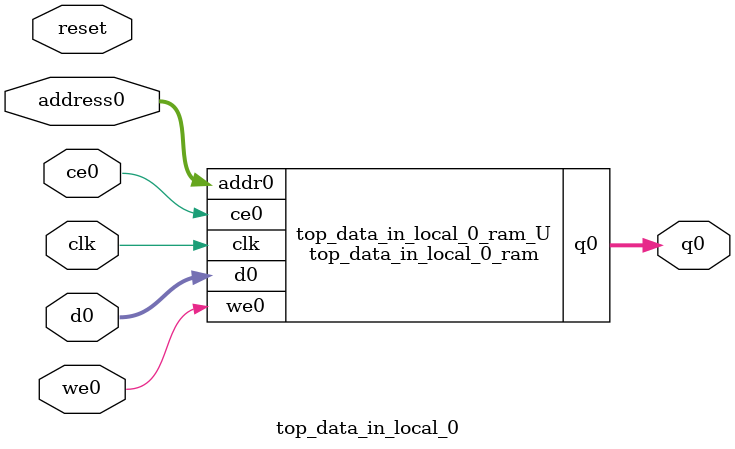
<source format=v>
`timescale 1 ns / 1 ps
module top_data_in_local_0_ram (addr0, ce0, d0, we0, q0,  clk);

parameter DWIDTH = 32;
parameter AWIDTH = 4;
parameter MEM_SIZE = 10;

input[AWIDTH-1:0] addr0;
input ce0;
input[DWIDTH-1:0] d0;
input we0;
output reg[DWIDTH-1:0] q0;
input clk;

reg [DWIDTH-1:0] ram[0:MEM_SIZE-1];




always @(posedge clk)  
begin 
    if (ce0) begin
        if (we0) 
            ram[addr0] <= d0; 
        q0 <= ram[addr0];
    end
end


endmodule

`timescale 1 ns / 1 ps
module top_data_in_local_0(
    reset,
    clk,
    address0,
    ce0,
    we0,
    d0,
    q0);

parameter DataWidth = 32'd32;
parameter AddressRange = 32'd10;
parameter AddressWidth = 32'd4;
input reset;
input clk;
input[AddressWidth - 1:0] address0;
input ce0;
input we0;
input[DataWidth - 1:0] d0;
output[DataWidth - 1:0] q0;



top_data_in_local_0_ram top_data_in_local_0_ram_U(
    .clk( clk ),
    .addr0( address0 ),
    .ce0( ce0 ),
    .we0( we0 ),
    .d0( d0 ),
    .q0( q0 ));

endmodule


</source>
